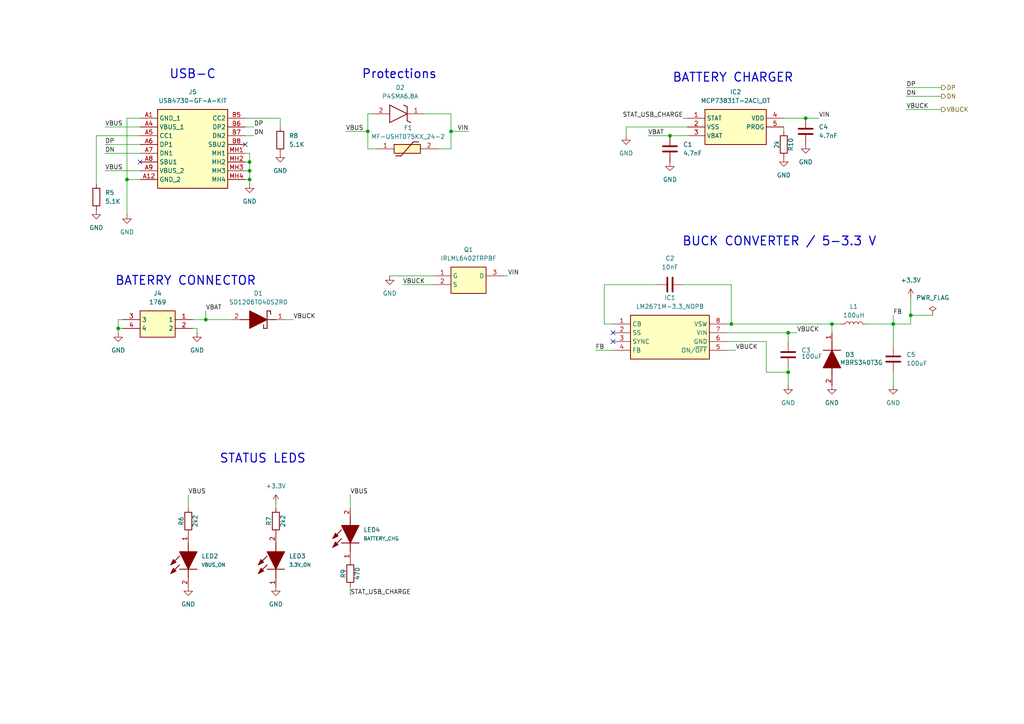
<source format=kicad_sch>
(kicad_sch (version 20250114) (generator "eeschema") (generator_version "9.0")
  (paper "A4")
  (lib_symbols
    (symbol "150060WS75000:150060WS75000" (pin_names (hide yes))
      (property "Reference" "LED" (at 12.7 8.89 0))
      (property "Value" "150060WS75000" (at 12.7 6.35 0))
      (symbol "150060WS75000_1_1"
        (polyline (pts (xy 2.54 0) (xy 5.08 0)) (stroke (width 0.254)))
        (polyline (pts (xy 5.08 2.54) (xy 5.08 -2.54)) (stroke (width 0.254)))
        (polyline (pts (xy 5.08 0) (xy 10.16 2.54) (xy 10.16 -2.54) (xy 5.08 0)) (stroke (width 0.254)) (fill (type outline)))
        (polyline (pts (xy 5.334 4.318) (xy 4.572 3.556) (xy 3.81 5.08) (xy 5.334 4.318)) (stroke (width 0.254)) (fill (type outline)))
        (polyline (pts (xy 6.35 2.54) (xy 3.81 5.08)) (stroke (width 0.254)))
        (polyline (pts (xy 7.874 4.318) (xy 7.112 3.556) (xy 6.35 5.08) (xy 7.874 4.318)) (stroke (width 0.254)) (fill (type outline)))
        (polyline (pts (xy 8.89 2.54) (xy 6.35 5.08)) (stroke (width 0.254)))
        (polyline (pts (xy 10.16 0) (xy 12.7 0)) (stroke (width 0.254)))
        (pin passive line (at 0 0 0) (length 2.54) (name "K") (number "2"))
        (pin passive line (at 15.24 0 180) (length 2.54) (name "A") (number "1"))
      )
    )
    (symbol "1769:1769"
      (property "Reference" "J" (at 16.51 7.62 0))
      (property "Value" "1769" (at 16.51 5.08 0))
      (symbol "1769_1_1"
        (rectangle (start 5.08 2.54) (end 15.24 -5.08) (stroke (width 0.254)) (fill (type background)))
        (pin passive line (at 0 0 0) (length 5.08) (name "3") (number "3"))
        (pin passive line (at 0 -2.54 0) (length 5.08) (name "4") (number "4"))
        (pin passive line (at 20.32 0 180) (length 5.08) (name "1") (number "1"))
        (pin passive line (at 20.32 -2.54 180) (length 5.08) (name "2") (number "2"))
      )
    )
    (symbol "598-8D81-127F:598-8D81-127F" (pin_names (hide yes))
      (property "Reference" "LED" (at 12.7 8.89 0))
      (property "Value" "598-8D81-127F" (at 12.7 6.35 0))
      (symbol "598-8D81-127F_1_1"
        (polyline (pts (xy 2.54 0) (xy 5.08 0)) (stroke (width 0.254)))
        (polyline (pts (xy 5.08 2.54) (xy 5.08 -2.54)) (stroke (width 0.254)))
        (polyline (pts (xy 5.08 0) (xy 10.16 2.54) (xy 10.16 -2.54) (xy 5.08 0)) (stroke (width 0.254)) (fill (type outline)))
        (polyline (pts (xy 5.334 4.318) (xy 4.572 3.556) (xy 3.81 5.08) (xy 5.334 4.318)) (stroke (width 0.254)) (fill (type outline)))
        (polyline (pts (xy 6.35 2.54) (xy 3.81 5.08)) (stroke (width 0.254)))
        (polyline (pts (xy 7.874 4.318) (xy 7.112 3.556) (xy 6.35 5.08) (xy 7.874 4.318)) (stroke (width 0.254)) (fill (type outline)))
        (polyline (pts (xy 8.89 2.54) (xy 6.35 5.08)) (stroke (width 0.254)))
        (polyline (pts (xy 10.16 0) (xy 12.7 0)) (stroke (width 0.254)))
        (pin passive line (at 0 0 0) (length 2.54) (name "K") (number "1"))
        (pin passive line (at 15.24 0 180) (length 2.54) (name "A") (number "2"))
      )
    )
    (symbol "Device:C" (pin_numbers (hide yes)) (pin_names (offset 0.254))
      (property "Reference" "C" (at 0.635 2.54 0))
      (property "Value" "C" (at 0.635 -2.54 0))
      (symbol "C_0_1"
        (polyline (pts (xy -2.032 0.762) (xy 2.032 0.762)) (stroke (width 0.508)))
        (polyline (pts (xy -2.032 -0.762) (xy 2.032 -0.762)) (stroke (width 0.508)))
      )
      (symbol "C_1_1"
        (pin passive line (at 0 3.81 270) (length 2.794) (name "~") (number "1"))
        (pin passive line (at 0 -3.81 90) (length 2.794) (name "~") (number "2"))
      )
    )
    (symbol "Device:L" (pin_numbers (hide yes)) (pin_names (offset 1.016) (hide yes))
      (property "Reference" "L" (at -1.27 0 90))
      (property "Value" "L" (at 1.905 0 90))
      (symbol "L_0_1"
        (arc (start 0 2.54) (mid 0.6323 1.905) (end 0 1.27))
        (arc (start 0 1.27) (mid 0.6323 0.635) (end 0 0))
        (arc (start 0 0) (mid 0.6323 -0.635) (end 0 -1.27))
        (arc (start 0 -1.27) (mid 0.6323 -1.905) (end 0 -2.54))
      )
      (symbol "L_1_1"
        (pin passive line (at 0 3.81 270) (length 1.27) (name "1") (number "1"))
        (pin passive line (at 0 -3.81 90) (length 1.27) (name "2") (number "2"))
      )
    )
    (symbol "Device:R" (pin_numbers (hide yes)) (pin_names (offset 0))
      (property "Reference" "R" (at 2.032 0 90))
      (property "Value" "R" (at 0 0 90))
      (symbol "R_0_1"
        (rectangle (start -1.016 -2.54) (end 1.016 2.54) (stroke (width 0.254)))
      )
      (symbol "R_1_1"
        (pin passive line (at 0 3.81 270) (length 1.27) (name "~") (number "1"))
        (pin passive line (at 0 -3.81 90) (length 1.27) (name "~") (number "2"))
      )
    )
    (symbol "IRLML6402TRPBF:IRLML6402TRPBF"
      (property "Reference" "Q" (at 16.51 7.62 0))
      (property "Value" "IRLML6402TRPBF" (at 16.51 5.08 0))
      (symbol "IRLML6402TRPBF_1_1"
        (rectangle (start 5.08 2.54) (end 15.24 -5.08) (stroke (width 0.254)) (fill (type background)))
        (pin passive line (at 0 0 0) (length 5.08) (name "G") (number "1"))
        (pin passive line (at 0 -2.54 0) (length 5.08) (name "S") (number "2"))
        (pin passive line (at 20.32 0 180) (length 5.08) (name "D") (number "3"))
      )
    )
    (symbol "LM2671M-3_3_NOPB:LM2671M-3.3_NOPB"
      (property "Reference" "IC" (at 29.21 7.62 0))
      (property "Value" "LM2671M-3.3_NOPB" (at 29.21 5.08 0))
      (symbol "LM2671M-3.3_NOPB_1_1"
        (rectangle (start 5.08 2.54) (end 27.94 -10.16) (stroke (width 0.254)) (fill (type background)))
        (pin passive line (at 0 0 0) (length 5.08) (name "CB") (number "1"))
        (pin passive line (at 0 -2.54 0) (length 5.08) (name "SS") (number "2"))
        (pin passive line (at 0 -5.08 0) (length 5.08) (name "SYNC") (number "3"))
        (pin passive line (at 0 -7.62 0) (length 5.08) (name "FB") (number "4"))
        (pin passive line (at 33.02 0 180) (length 5.08) (name "VSW") (number "8"))
        (pin passive line (at 33.02 -2.54 180) (length 5.08) (name "VIN") (number "7"))
        (pin passive line (at 33.02 -5.08 180) (length 5.08) (name "GND") (number "6"))
        (pin passive line (at 33.02 -7.62 180) (length 5.08) (name "ON/~{OFF}") (number "5"))
      )
    )
    (symbol "MBRS340T3G:MBRS340T3G" (pin_names (hide yes))
      (property "Reference" "D" (at 11.43 5.08 0))
      (property "Value" "MBRS340T3G" (at 11.43 2.54 0))
      (symbol "MBRS340T3G_1_1"
        (polyline (pts (xy 2.54 0) (xy 5.08 0)) (stroke (width 0.254)))
        (polyline (pts (xy 5.08 2.54) (xy 5.08 -2.54)) (stroke (width 0.254)))
        (polyline (pts (xy 5.08 0) (xy 10.16 2.54) (xy 10.16 -2.54) (xy 5.08 0)) (stroke (width 0.254)) (fill (type outline)))
        (polyline (pts (xy 10.16 0) (xy 12.7 0)) (stroke (width 0.254)))
        (pin passive line (at 0 0 0) (length 2.54) (name "K") (number "1"))
        (pin passive line (at 15.24 0 180) (length 2.54) (name "A") (number "2"))
      )
    )
    (symbol "MCP73831T-2ACI_OT:MCP73831T-2ACI_OT"
      (property "Reference" "IC" (at 24.13 7.62 0))
      (property "Value" "MCP73831T-2ACI_OT" (at 24.13 5.08 0))
      (symbol "MCP73831T-2ACI_OT_1_1"
        (rectangle (start 5.08 2.54) (end 22.86 -7.62) (stroke (width 0.254)) (fill (type background)))
        (pin passive line (at 0 0 0) (length 5.08) (name "STAT") (number "1"))
        (pin passive line (at 0 -2.54 0) (length 5.08) (name "VSS") (number "2"))
        (pin passive line (at 0 -5.08 0) (length 5.08) (name "VBAT") (number "3"))
        (pin passive line (at 27.94 0 180) (length 5.08) (name "VDD") (number "4"))
        (pin passive line (at 27.94 -2.54 180) (length 5.08) (name "PROG") (number "5"))
      )
    )
    (symbol "MF-USHT075KX_24-2:MF-USHT075KX_24-2" (pin_names (hide yes))
      (property "Reference" "F" (at 13.97 6.35 0))
      (property "Value" "MF-USHT075KX_24-2" (at 13.97 3.81 0))
      (symbol "MF-USHT075KX_24-2_1_1"
        (rectangle (start 5.08 1.27) (end 12.7 -1.27) (stroke (width 0.254)) (fill (type background)))
        (polyline (pts (xy 5.588 -2.032) (xy 7.112 -2.032)) (stroke (width 0.254)))
        (polyline (pts (xy 10.668 2.032) (xy 7.112 -2.032)) (stroke (width 0.254)))
        (polyline (pts (xy 10.668 2.032) (xy 12.192 2.032)) (stroke (width 0.254)))
        (pin passive line (at 0 0 0) (length 5.08) (name "1") (number "1"))
        (pin passive line (at 17.78 0 180) (length 5.08) (name "2") (number "2"))
      )
    )
    (symbol "P4SMA6_8A:P4SMA6.8A" (pin_names (hide yes))
      (property "Reference" "D" (at 10.16 8.89 0))
      (property "Value" "P4SMA6.8A" (at 10.16 6.35 0))
      (symbol "P4SMA6.8A_1_1"
        (polyline (pts (xy 4.064 2.54) (xy 5.08 2.032)) (stroke (width 0.254)))
        (polyline (pts (xy 5.08 0) (xy 10.16 2.54)) (stroke (width 0.254)))
        (polyline (pts (xy 5.08 -2.032) (xy 5.08 2.032)) (stroke (width 0.254)))
        (polyline (pts (xy 5.08 -2.032) (xy 6.096 -2.54)) (stroke (width 0.254)))
        (polyline (pts (xy 10.16 -2.54) (xy 5.08 0)) (stroke (width 0.254)))
        (polyline (pts (xy 10.16 -2.54) (xy 10.16 2.54)) (stroke (width 0.254)))
        (pin passive line (at 0 0 0) (length 5.08) (name "K") (number "1"))
        (pin passive line (at 15.24 0 180) (length 5.08) (name "A") (number "2"))
      )
    )
    (symbol "SD1206T040S2R0:SD1206T040S2R0" (pin_names (hide yes))
      (property "Reference" "D" (at 12.7 8.89 0))
      (property "Value" "SD1206T040S2R0" (at 12.7 6.35 0))
      (symbol "SD1206T040S2R0_1_1"
        (polyline (pts (xy 5.08 0) (xy 7.62 0)) (stroke (width 0.254)))
        (polyline (pts (xy 6.604 -1.524) (xy 6.604 -2.54)) (stroke (width 0.254)))
        (polyline (pts (xy 7.62 2.54) (xy 7.62 -2.54)) (stroke (width 0.254)))
        (polyline (pts (xy 7.62 2.54) (xy 8.636 2.54)) (stroke (width 0.254)))
        (polyline (pts (xy 7.62 0) (xy 12.7 2.54) (xy 12.7 -2.54) (xy 7.62 0)) (stroke (width 0.254)) (fill (type outline)))
        (polyline (pts (xy 7.62 -2.54) (xy 6.604 -2.54)) (stroke (width 0.254)))
        (polyline (pts (xy 8.636 1.524) (xy 8.636 2.54)) (stroke (width 0.254)))
        (polyline (pts (xy 12.7 0) (xy 15.24 0)) (stroke (width 0.254)))
        (pin passive line (at 2.54 0 0) (length 2.54) (name "K") (number "1"))
        (pin passive line (at 17.78 0 180) (length 2.54) (name "A") (number "2"))
      )
    )
    (symbol "USB4730-GF-A-KIT:USB4730-GF-A-KIT"
      (property "Reference" "J" (at 26.67 7.62 0))
      (property "Value" "USB4730-GF-A-KIT" (at 26.67 5.08 0))
      (symbol "USB4730-GF-A-KIT_1_1"
        (rectangle (start 5.08 2.54) (end 25.4 -20.32) (stroke (width 0.254)) (fill (type background)))
        (pin passive line (at 0 0 0) (length 5.08) (name "GND_1") (number "A1"))
        (pin passive line (at 0 -2.54 0) (length 5.08) (name "VBUS_1") (number "A4"))
        (pin passive line (at 0 -5.08 0) (length 5.08) (name "CC1") (number "A5"))
        (pin passive line (at 0 -7.62 0) (length 5.08) (name "DP1") (number "A6"))
        (pin passive line (at 0 -10.16 0) (length 5.08) (name "DN1") (number "A7"))
        (pin passive line (at 0 -12.7 0) (length 5.08) (name "SBU1") (number "A8"))
        (pin passive line (at 0 -15.24 0) (length 5.08) (name "VBUS_2") (number "A9"))
        (pin passive line (at 0 -17.78 0) (length 5.08) (name "GND_2") (number "A12"))
        (pin passive line (at 30.48 0 180) (length 5.08) (name "CC2") (number "B5"))
        (pin passive line (at 30.48 -2.54 180) (length 5.08) (name "DP2") (number "B6"))
        (pin passive line (at 30.48 -5.08 180) (length 5.08) (name "DN2") (number "B7"))
        (pin passive line (at 30.48 -7.62 180) (length 5.08) (name "SBU2") (number "B8"))
        (pin passive line (at 30.48 -10.16 180) (length 5.08) (name "MH1") (number "MH1"))
        (pin passive line (at 30.48 -12.7 180) (length 5.08) (name "MH2") (number "MH2"))
        (pin passive line (at 30.48 -15.24 180) (length 5.08) (name "MH3") (number "MH3"))
        (pin passive line (at 30.48 -17.78 180) (length 5.08) (name "MH4") (number "MH4"))
      )
    )
    (symbol "power:+3.3V" (power) (pin_numbers (hide yes)) (pin_names (offset 0) (hide yes))
      (property "Value" "+3.3V" (at 0 3.556 0))
      (symbol "+3.3V_0_1"
        (polyline (pts (xy -0.762 1.27) (xy 0 2.54)))
        (polyline (pts (xy 0 2.54) (xy 0.762 1.27)))
        (polyline (pts (xy 0 0) (xy 0 2.54)))
      )
      (symbol "+3.3V_1_1"
        (pin power_in line (at 0 0 90) (length 0) (name "~") (number "1"))
      )
    )
    (symbol "power:GND" (power) (pin_numbers (hide yes)) (pin_names (offset 0) (hide yes))
      (property "Value" "GND" (at 0 -3.81 0))
      (symbol "GND_0_1"
        (polyline (pts (xy 0 0) (xy 0 -1.27) (xy 1.27 -1.27) (xy 0 -2.54) (xy -1.27 -1.27) (xy 0 -1.27)))
      )
      (symbol "GND_1_1"
        (pin power_in line (at 0 0 270) (length 0) (name "~") (number "1"))
      )
    )
    (symbol "power:PWR_FLAG" (power) (pin_numbers (hide yes)) (pin_names (offset 0) (hide yes))
      (property "Value" "PWR_FLAG" (at 0 3.81 0))
      (symbol "PWR_FLAG_0_0"
        (pin power_out line (at 0 0 90) (length 0) (name "~") (number "1"))
      )
      (symbol "PWR_FLAG_0_1"
        (polyline (pts (xy 0 0) (xy 0 1.27) (xy -1.016 1.905) (xy 0 2.54) (xy 1.016 1.905) (xy 0 1.27)))
      )
    )
  )
  (text "BATERRY CONNECTOR\n" (exclude_from_sim yes) (at 53.848 81.534 0) (effects (font (size 2.54 2.54) (thickness 0.3175))))
  (text "Protections" (exclude_from_sim yes) (at 115.824 21.59 0) (effects (font (size 2.54 2.54) (thickness 0.3175))))
  (text "STATUS LEDS\n" (exclude_from_sim yes) (at 76.2 133.096 0) (effects (font (size 2.54 2.54) (thickness 0.3175))))
  (text "BUCK CONVERTER / 5-3.3 V" (exclude_from_sim yes) (at 226.06 70.104 0) (effects (font (size 2.54 2.54) (thickness 0.3175))))
  (text "BATTERY CHARGER\n" (exclude_from_sim yes) (at 212.598 22.606 0) (effects (font (size 2.54 2.54) (thickness 0.3175))))
  (text "USB-C" (exclude_from_sim yes) (at 55.88 21.59 0) (effects (font (size 2.54 2.54) (thickness 0.3175))))
  (junction (at 130.81 38.1))
  (junction (at 228.6 107.95))
  (junction (at 194.31 39.37))
  (junction (at 72.39 49.53))
  (junction (at 72.39 52.07))
  (junction (at 264.16 91.44))
  (junction (at 36.83 52.07))
  (junction (at 212.09 93.98))
  (junction (at 228.6 96.52))
  (junction (at 34.29 95.25))
  (junction (at 241.3 93.98))
  (junction (at 72.39 46.99))
  (junction (at 259.08 93.98))
  (junction (at 233.68 34.29))
  (junction (at 59.69 92.71))
  (junction (at 106.68 38.1))
  (no_connect (at 177.8 96.52))
  (no_connect (at 71.12 41.91))
  (no_connect (at 177.8 99.06))
  (no_connect (at 40.64 46.99))
  (wire (pts (xy 27.94 39.37) (xy 40.64 39.37)))
  (wire (pts (xy 72.39 53.34) (xy 72.39 52.07)))
  (wire (pts (xy 259.08 107.95) (xy 259.08 111.76)))
  (wire (pts (xy 67.31 92.71) (xy 59.69 92.71)))
  (wire (pts (xy 54.61 143.51) (xy 54.61 147.32)))
  (wire (pts (xy 264.16 91.44) (xy 264.16 93.98)))
  (wire (pts (xy 175.26 82.55) (xy 190.5 82.55)))
  (wire (pts (xy 73.66 39.37) (xy 71.12 39.37)))
  (wire (pts (xy 36.83 52.07) (xy 40.64 52.07)))
  (wire (pts (xy 36.83 34.29) (xy 36.83 52.07)))
  (wire (pts (xy 57.15 96.52) (xy 57.15 95.25)))
  (wire (pts (xy 227.33 34.29) (xy 233.68 34.29)))
  (wire (pts (xy 212.09 82.55) (xy 212.09 93.98)))
  (wire (pts (xy 85.09 92.71) (xy 82.55 92.71)))
  (wire (pts (xy 113.03 80.01) (xy 125.73 80.01)))
  (wire (pts (xy 100.33 38.1) (xy 106.68 38.1)))
  (wire (pts (xy 59.69 92.71) (xy 55.88 92.71)))
  (wire (pts (xy 264.16 91.44) (xy 270.51 91.44)))
  (wire (pts (xy 71.12 49.53) (xy 72.39 49.53)))
  (wire (pts (xy 127 43.18) (xy 130.81 43.18)))
  (wire (pts (xy 199.39 36.83) (xy 181.61 36.83)))
  (wire (pts (xy 194.31 39.37) (xy 199.39 39.37)))
  (wire (pts (xy 106.68 43.18) (xy 109.22 43.18)))
  (wire (pts (xy 80.01 146.05) (xy 80.01 147.32)))
  (wire (pts (xy 30.48 49.53) (xy 40.64 49.53)))
  (wire (pts (xy 228.6 107.95) (xy 222.25 107.95)))
  (wire (pts (xy 27.94 53.34) (xy 27.94 39.37)))
  (wire (pts (xy 34.29 92.71) (xy 34.29 95.25)))
  (wire (pts (xy 187.96 39.37) (xy 194.31 39.37)))
  (wire (pts (xy 71.12 34.29) (xy 81.28 34.29)))
  (wire (pts (xy 259.08 93.98) (xy 259.08 100.33)))
  (wire (pts (xy 241.3 93.98) (xy 241.3 96.52)))
  (wire (pts (xy 81.28 34.29) (xy 81.28 36.83)))
  (wire (pts (xy 57.15 95.25) (xy 55.88 95.25)))
  (wire (pts (xy 228.6 107.95) (xy 228.6 111.76)))
  (wire (pts (xy 181.61 36.83) (xy 181.61 39.37)))
  (wire (pts (xy 34.29 95.25) (xy 34.29 96.52)))
  (wire (pts (xy 198.12 34.29) (xy 199.39 34.29)))
  (wire (pts (xy 259.08 93.98) (xy 264.16 93.98)))
  (wire (pts (xy 106.68 33.02) (xy 107.95 33.02)))
  (wire (pts (xy 251.46 93.98) (xy 259.08 93.98)))
  (wire (pts (xy 101.6 172.72) (xy 101.6 170.18)))
  (wire (pts (xy 222.25 99.06) (xy 210.82 99.06)))
  (wire (pts (xy 106.68 38.1) (xy 106.68 33.02)))
  (wire (pts (xy 59.69 90.17) (xy 59.69 92.71)))
  (wire (pts (xy 241.3 93.98) (xy 243.84 93.98)))
  (wire (pts (xy 101.6 143.51) (xy 101.6 147.32)))
  (wire (pts (xy 73.66 36.83) (xy 71.12 36.83)))
  (wire (pts (xy 130.81 38.1) (xy 130.81 43.18)))
  (wire (pts (xy 123.19 33.02) (xy 130.81 33.02)))
  (wire (pts (xy 146.05 80.01) (xy 147.32 80.01)))
  (wire (pts (xy 237.49 34.29) (xy 233.68 34.29)))
  (wire (pts (xy 264.16 86.36) (xy 264.16 91.44)))
  (wire (pts (xy 135.89 38.1) (xy 130.81 38.1)))
  (wire (pts (xy 210.82 96.52) (xy 228.6 96.52)))
  (wire (pts (xy 36.83 62.23) (xy 36.83 52.07)))
  (wire (pts (xy 34.29 95.25) (xy 35.56 95.25)))
  (wire (pts (xy 210.82 93.98) (xy 212.09 93.98)))
  (wire (pts (xy 130.81 33.02) (xy 130.81 38.1)))
  (wire (pts (xy 212.09 93.98) (xy 241.3 93.98)))
  (wire (pts (xy 35.56 92.71) (xy 34.29 92.71)))
  (wire (pts (xy 72.39 52.07) (xy 72.39 49.53)))
  (wire (pts (xy 106.68 38.1) (xy 106.68 43.18)))
  (wire (pts (xy 30.48 44.45) (xy 40.64 44.45)))
  (wire (pts (xy 222.25 99.06) (xy 222.25 107.95)))
  (wire (pts (xy 71.12 52.07) (xy 72.39 52.07)))
  (wire (pts (xy 175.26 93.98) (xy 175.26 82.55)))
  (wire (pts (xy 262.89 25.4) (xy 273.05 25.4)))
  (wire (pts (xy 30.48 41.91) (xy 40.64 41.91)))
  (wire (pts (xy 172.72 101.6) (xy 177.8 101.6)))
  (wire (pts (xy 262.89 27.94) (xy 273.05 27.94)))
  (wire (pts (xy 116.84 82.55) (xy 125.73 82.55)))
  (wire (pts (xy 72.39 49.53) (xy 72.39 46.99)))
  (wire (pts (xy 210.82 101.6) (xy 213.36 101.6)))
  (wire (pts (xy 227.33 38.1) (xy 227.33 36.83)))
  (wire (pts (xy 259.08 91.44) (xy 259.08 93.98)))
  (wire (pts (xy 72.39 44.45) (xy 71.12 44.45)))
  (wire (pts (xy 71.12 46.99) (xy 72.39 46.99)))
  (wire (pts (xy 177.8 93.98) (xy 175.26 93.98)))
  (wire (pts (xy 198.12 82.55) (xy 212.09 82.55)))
  (wire (pts (xy 231.14 96.52) (xy 228.6 96.52)))
  (wire (pts (xy 228.6 99.06) (xy 228.6 96.52)))
  (wire (pts (xy 30.48 36.83) (xy 40.64 36.83)))
  (wire (pts (xy 72.39 46.99) (xy 72.39 44.45)))
  (wire (pts (xy 262.89 31.75) (xy 273.05 31.75)))
  (wire (pts (xy 228.6 106.68) (xy 228.6 107.95)))
  (wire (pts (xy 40.64 34.29) (xy 36.83 34.29)))
  (label "VBUCK" (at 116.84 82.55 0))
  (label "VBUCK" (at 262.89 31.75 0))
  (label "DN" (at 73.66 39.37 0))
  (label "VBAT" (at 187.96 39.37 0))
  (label "VBUCK" (at 213.36 101.6 0))
  (label "VBUCK" (at 85.09 92.71 0))
  (label "VIN" (at 237.49 34.29 0))
  (label "VBUS" (at 30.48 36.83 0))
  (label "VIN" (at 147.32 80.01 0))
  (label "VIN" (at 135.89 38.1 180))
  (label "VBAT" (at 59.69 90.17 0))
  (label "VBUCK" (at 231.14 96.52 0))
  (label "STAT_USB_CHARGE" (at 198.12 34.29 180))
  (label "FB" (at 172.72 101.6 0))
  (label "FB" (at 259.08 91.44 0))
  (label "DP" (at 73.66 36.83 0))
  (label "DP" (at 262.89 25.4 0))
  (label "VBUS" (at 101.6 143.51 0))
  (label "STAT_USB_CHARGE" (at 101.6 172.72 0))
  (label "DN" (at 262.89 27.94 0))
  (label "VBUS" (at 30.48 49.53 0))
  (label "DP" (at 30.48 41.91 0))
  (label "VBUS" (at 100.33 38.1 0))
  (label "DN" (at 30.48 44.45 0))
  (label "VBUS" (at 54.61 143.51 0))
  (hierarchical_label "VBUCK" (shape output) (at 273.05 31.75 0))
  (hierarchical_label "DN" (shape output) (at 273.05 27.94 0))
  (hierarchical_label "DP" (shape output) (at 273.05 25.4 0))
  (symbol (lib_id "power:GND") (at 228.6 111.76 0) (unit 1)
    (property "Reference" "#PWR023" (effects (hide yes)))
    (property "Value" "GND" (at 228.6 116.84 0))
    (property "Description" "Power symbol creates a global label with name \"GND\" , ground" (effects (hide yes)))
  )
  (symbol (lib_id "power:+3.3V") (at 264.16 86.36 0) (unit 1)
    (property "Reference" "#PWR027" (effects (hide yes)))
    (property "Value" "+3.3V" (at 264.16 81.28 0))
    (property "Description" "Power symbol creates a global label with name \"+3.3V\"" (effects (hide yes)))
  )
  (symbol (lib_id "150060WS75000:150060WS75000") (at 54.61 170.18 90) (unit 1)
    (property "Reference" "LED2" (at 58.42 161.2899 90) (effects (justify right)))
    (property "Value" "VBUS_ON" (at 58.42 163.8299 90) (effects (font (size 1.016 1.016)) (justify right)))
    (property "Footprint" "150060WS75000:150060WS75000" (effects (hide yes)))
    (property "Datasheet" "https://www.we-online.com/components/products/datasheet/150060WS75000.pdf" (effects (hide yes)))
    (property "Description" "Standard LEDs - SMD WL-SMCW SMD Mono-color Chip LED Waterclear SMT 0603 White 250mcd 5mA 2.9V" (effects (hide yes)))
    (property "Height" "0.5" (effects (hide yes)))
    (property "Mouser Part Number" "710-150060WS75000" (effects (hide yes)))
    (property "Mouser Price/Stock" "https://www.mouser.co.uk/ProductDetail/Wurth-Elektronik/150060WS75000?qs=Vi0JKjFBtYnXocxArY0Wng%3D%3D" (effects (hide yes)))
    (property "Manufacturer_Name" "Wurth Elektronik" (effects (hide yes)))
    (property "Manufacturer_Part_Number" "150060WS75000" (effects (hide yes)))
  )
  (symbol (lib_id "power:GND") (at 233.68 41.91 0) (unit 1)
    (property "Reference" "#PWR024" (effects (hide yes)))
    (property "Value" "GND" (at 233.68 46.99 0))
    (property "Description" "Power symbol creates a global label with name \"GND\" , ground" (effects (hide yes)))
  )
  (symbol (lib_id "Device:C") (at 259.08 104.14 0) (unit 1)
    (property "Reference" "C5" (at 262.89 102.8699 0) (effects (justify left)))
    (property "Value" "100uF" (at 262.89 105.4099 0) (effects (justify left)))
    (property "Footprint" "C3216C0G2J102G085AA:CAPC3216X180N" (effects (hide yes)))
    (property "Description" "Unpolarized capacitor" (effects (hide yes)))
  )
  (symbol (lib_id "power:PWR_FLAG") (at 270.51 91.44 0) (unit 1)
    (property "Reference" "#FLG01" (effects (hide yes)))
    (property "Value" "PWR_FLAG" (at 270.51 86.36 0))
    (property "Description" "Special symbol for telling ERC where power comes from" (effects (hide yes)))
  )
  (symbol (lib_id "power:GND") (at 194.31 46.99 0) (unit 1)
    (property "Reference" "#PWR021" (effects (hide yes)))
    (property "Value" "GND" (at 194.31 52.07 0))
    (property "Description" "Power symbol creates a global label with name \"GND\" , ground" (effects (hide yes)))
  )
  (symbol (lib_id "power:GND") (at 81.28 44.45 0) (unit 1)
    (property "Reference" "#PWR018" (effects (hide yes)))
    (property "Value" "GND" (at 81.28 49.53 0))
    (property "Description" "Power symbol creates a global label with name \"GND\" , ground" (effects (hide yes)))
  )
  (symbol (lib_id "power:GND") (at 113.03 80.01 0) (unit 1)
    (property "Reference" "#PWR019" (effects (hide yes)))
    (property "Value" "GND" (at 113.03 85.09 0))
    (property "Description" "Power symbol creates a global label with name \"GND\" , ground" (effects (hide yes)))
  )
  (symbol (lib_id "Device:C") (at 194.31 43.18 0) (unit 1)
    (property "Reference" "C1" (at 198.12 41.9099 0) (effects (justify left)))
    (property "Value" "4.7nF" (at 198.12 44.4499 0) (effects (justify left)))
    (property "Footprint" "C3216C0G2J102G085AA:CAPC3216X180N" (effects (hide yes)))
    (property "Description" "Unpolarized capacitor" (effects (hide yes)))
  )
  (symbol (lib_id "power:GND") (at 57.15 96.52 0) (unit 1)
    (property "Reference" "#PWR014" (effects (hide yes)))
    (property "Value" "GND" (at 57.15 101.6 0))
    (property "Description" "Power symbol creates a global label with name \"GND\" , ground" (effects (hide yes)))
  )
  (symbol (lib_id "power:GND") (at 80.01 170.18 0) (unit 1)
    (property "Reference" "#PWR017" (effects (hide yes)))
    (property "Value" "GND" (at 80.01 175.26 0))
    (property "Description" "Power symbol creates a global label with name \"GND\" , ground" (effects (hide yes)))
  )
  (symbol (lib_id "Device:R") (at 101.6 166.37 180) (unit 1)
    (property "Reference" "R9" (at 99.568 166.37 90))
    (property "Value" "470" (at 103.632 166.37 90))
    (property "Footprint" "CRCW120625R5FKEAHP:RESC3116X65N" (effects (hide yes)))
    (property "Description" "Resistor" (effects (hide yes)))
  )
  (symbol (lib_id "IRLML6402TRPBF:IRLML6402TRPBF") (at 125.73 80.01 0) (unit 1)
    (property "Reference" "Q1" (at 135.89 72.39 0))
    (property "Value" "IRLML6402TRPBF" (at 135.89 74.93 0))
    (property "Footprint" "IRLML6402TRPBF:SOT95P237X112-3N" (effects (hide yes)))
    (property "Datasheet" "http://www.infineon.com/dgdl/irlml6402pbf.pdf?fileId=5546d462533600a401535668d5c2263c" (effects (hide yes)))
    (property "Description" "MOSFET MOSFT P-Ch -3.7A 65mOhm 8nC Log Lvl" (effects (hide yes)))
    (property "Height" "1.12" (effects (hide yes)))
    (property "Mouser Part Number" "942-IRLML6402TRPBF" (effects (hide yes)))
    (property "Mouser Price/Stock" "https://www.mouser.co.uk/ProductDetail/Infineon-Technologies/IRLML6402TRPBF?qs=9%252BKlkBgLFf0HuZuONx2Ewg%3D%3D" (effects (hide yes)))
    (property "Manufacturer_Name" "Infineon" (effects (hide yes)))
    (property "Manufacturer_Part_Number" "IRLML6402TRPBF" (effects (hide yes)))
  )
  (symbol (lib_id "Device:R") (at 81.28 40.64 0) (unit 1)
    (property "Reference" "R8" (at 83.82 39.3699 0) (effects (justify left)))
    (property "Value" "5.1K" (at 83.82 41.9099 0) (effects (justify left)))
    (property "Footprint" "CRCW120625R5FKEAHP:RESC3116X65N" (effects (hide yes)))
    (property "Description" "Resistor" (effects (hide yes)))
  )
  (symbol (lib_id "Device:R") (at 27.94 57.15 0) (unit 1)
    (property "Reference" "R5" (at 30.48 55.8799 0) (effects (justify left)))
    (property "Value" "5.1K" (at 30.48 58.4199 0) (effects (justify left)))
    (property "Footprint" "CRCW120625R5FKEAHP:RESC3116X65N" (effects (hide yes)))
    (property "Description" "Resistor" (effects (hide yes)))
  )
  (symbol (lib_id "power:GND") (at 54.61 170.18 0) (unit 1)
    (property "Reference" "#PWR013" (effects (hide yes)))
    (property "Value" "GND" (at 54.61 175.26 0))
    (property "Description" "Power symbol creates a global label with name \"GND\" , ground" (effects (hide yes)))
  )
  (symbol (lib_id "power:GND") (at 259.08 111.76 0) (unit 1)
    (property "Reference" "#PWR026" (effects (hide yes)))
    (property "Value" "GND" (at 259.08 116.84 0))
    (property "Description" "Power symbol creates a global label with name \"GND\" , ground" (effects (hide yes)))
  )
  (symbol (lib_id "1769:1769") (at 35.56 92.71 0) (unit 1)
    (property "Reference" "J4" (at 45.72 85.09 0))
    (property "Value" "1769" (at 45.72 87.63 0))
    (property "Footprint" "1769:1769" (effects (hide yes)))
    (property "Datasheet" "https://cdn-shop.adafruit.com/datasheets/17311.pdf" (effects (hide yes)))
    (property "Description" "Adafruit Accessories JST-PH 2-pin SMT Right Angle Connect" (effects (hide yes)))
    (property "Height" "5.5" (effects (hide yes)))
    (property "Mouser Part Number" "485-1769" (effects (hide yes)))
    (property "Mouser Price/Stock" "https://www.mouser.co.uk/ProductDetail/Adafruit/1769?qs=GURawfaeGuBbgoGtf2XstA%3D%3D" (effects (hide yes)))
    (property "Manufacturer_Name" "Adafruit" (effects (hide yes)))
    (property "Manufacturer_Part_Number" "1769" (effects (hide yes)))
  )
  (symbol (lib_id "P4SMA6_8A:P4SMA6.8A") (at 123.19 33.02 180) (unit 1)
    (property "Reference" "D2" (at 116.078 25.4 0))
    (property "Value" "P4SMA6.8A" (at 116.078 27.94 0))
    (property "Footprint" "P4SMA6.8A:DIOM5026X229N" (effects (hide yes)))
    (property "Datasheet" "https://www.mouser.ca/datasheet/2/240/Littelfuse_TVS_Diode_P4SMA_Datasheet.pdf-540735.pdf" (effects (hide yes)))
    (property "Description" "Littelfuse P4SMA6.8A, Uni-Directional TVS Diode, 400W, 2-Pin DO-214AC" (effects (hide yes)))
    (property "Height" "2.29" (effects (hide yes)))
    (property "Mouser Part Number" "576-P4SMA6.8A" (effects (hide yes)))
    (property "Mouser Price/Stock" "https://www.mouser.co.uk/ProductDetail/Littelfuse/P4SMA6.8A?qs=2VFNtWizgifbm5TiITbiSg%3D%3D" (effects (hide yes)))
    (property "Manufacturer_Name" "LITTELFUSE" (effects (hide yes)))
    (property "Manufacturer_Part_Number" "P4SMA6.8A" (effects (hide yes)))
  )
  (symbol (lib_id "MF-USHT075KX_24-2:MF-USHT075KX_24-2") (at 109.22 43.18 0) (unit 1)
    (property "Reference" "F1" (at 118.364 37.084 0))
    (property "Value" "MF-USHT075KX_24-2" (at 118.364 39.624 0))
    (property "Footprint" "MF-USHT075KX_24-2:MFUSHT075KX242" (effects (hide yes)))
    (property "Datasheet" "https://www.bourns.com/docs/product-datasheets/mf-usht.pdf" (effects (hide yes)))
    (property "Description" "Polymeric PTC Resettable Fuse 24V 750 mA Ih Surface Mount 1210 (3225 Metric), Concave" (effects (hide yes)))
    (property "Height" "1.2" (effects (hide yes)))
    (property "Mouser Part Number" "652-MF-USHT075KX/24" (effects (hide yes)))
    (property "Mouser Price/Stock" "https://www.mouser.co.uk/ProductDetail/Bourns/MF-USHT075KX-24-2?qs=7%2F6SraaimPRI7fNjckpcTw%3D%3D" (effects (hide yes)))
    (property "Manufacturer_Name" "Bourns" (effects (hide yes)))
    (property "Manufacturer_Part_Number" "MF-USHT075KX/24-2" (effects (hide yes)))
  )
  (symbol (lib_id "power:GND") (at 227.33 45.72 0) (unit 1)
    (property "Reference" "#PWR022" (effects (hide yes)))
    (property "Value" "GND" (at 227.33 50.8 0))
    (property "Description" "Power symbol creates a global label with name \"GND\" , ground" (effects (hide yes)))
  )
  (symbol (lib_id "power:GND") (at 72.39 53.34 0) (unit 1)
    (property "Reference" "#PWR015" (effects (hide yes)))
    (property "Value" "GND" (at 72.39 58.42 0))
    (property "Description" "Power symbol creates a global label with name \"GND\" , ground" (effects (hide yes)))
  )
  (symbol (lib_id "Device:C") (at 194.31 82.55 90) (unit 1)
    (property "Reference" "C2" (at 194.31 74.93 90))
    (property "Value" "10nF" (at 194.31 77.47 90))
    (property "Footprint" "C3216C0G2J102G085AA:CAPC3216X180N" (effects (hide yes)))
    (property "Description" "Unpolarized capacitor" (effects (hide yes)))
  )
  (symbol (lib_id "USB4730-GF-A-KIT:USB4730-GF-A-KIT") (at 40.64 34.29 0) (unit 1)
    (property "Reference" "J5" (at 55.88 26.67 0))
    (property "Value" "USB4730-GF-A-KIT" (at 55.88 29.21 0))
    (property "Footprint" "USB4730-GF-A-KIT:USB4730GFAKIT" (effects (hide yes)))
    (property "Datasheet" "https://www.gct.co/files/drawings/USB4730.pdf" (effects (hide yes)))
    (property "Description" "USB Connectors USB2.0 TypeC Recpt. Kit, w/GASKET GF, 16P Horz T.Mt. SMT, IP67" (effects (hide yes)))
    (property "Height" "4.81" (effects (hide yes)))
    (property "Mouser Part Number" "640-USB4730GFAKIT" (effects (hide yes)))
    (property "Mouser Price/Stock" "https://www.mouser.co.uk/ProductDetail/GCT/USB4730-GF-A-KIT?qs=Z%252BL2brAPG1IoU%252BBwnQ%2FE8Q%3D%3D" (effects (hide yes)))
    (property "Manufacturer_Name" "GCT (GLOBAL CONNECTOR TECHNOLOGY)" (effects (hide yes)))
    (property "Manufacturer_Part_Number" "USB4730-GF-A-KIT" (effects (hide yes)))
  )
  (symbol (lib_id "power:+3.3V") (at 80.01 146.05 0) (unit 1)
    (property "Reference" "#PWR016" (effects (hide yes)))
    (property "Value" "+3.3V" (at 80.01 140.97 0))
    (property "Description" "Power symbol creates a global label with name \"+3.3V\"" (effects (hide yes)))
  )
  (symbol (lib_id "power:GND") (at 36.83 62.23 0) (unit 1)
    (property "Reference" "#PWR012" (effects (hide yes)))
    (property "Value" "GND" (at 36.83 67.31 0))
    (property "Description" "Power symbol creates a global label with name \"GND\" , ground" (effects (hide yes)))
  )
  (symbol (lib_id "Device:R") (at 54.61 151.13 180) (unit 1)
    (property "Reference" "R6" (at 52.578 151.13 90))
    (property "Value" "2k2" (at 56.642 151.13 90))
    (property "Footprint" "CRCW120625R5FKEAHP:RESC3116X65N" (effects (hide yes)))
    (property "Description" "Resistor" (effects (hide yes)))
  )
  (symbol (lib_id "power:GND") (at 241.3 111.76 0) (unit 1)
    (property "Reference" "#PWR025" (effects (hide yes)))
    (property "Value" "GND" (at 241.3 116.84 0))
    (property "Description" "Power symbol creates a global label with name \"GND\" , ground" (effects (hide yes)))
  )
  (symbol (lib_id "Device:L") (at 247.65 93.98 90) (unit 1)
    (property "Reference" "L1" (at 247.65 88.9 90))
    (property "Value" "100uH" (at 247.65 91.44 90))
    (property "Footprint" "IFDC3030EZER101M:IFDC3030EZER101M" (effects (hide yes)))
    (property "Description" "Inductor" (effects (hide yes)))
  )
  (symbol (lib_id "Device:C") (at 233.68 38.1 0) (unit 1)
    (property "Reference" "C4" (at 237.49 36.8299 0) (effects (justify left)))
    (property "Value" "4.7nF" (at 237.49 39.3699 0) (effects (justify left)))
    (property "Footprint" "C3216C0G2J102G085AA:CAPC3216X180N" (effects (hide yes)))
    (property "Description" "Unpolarized capacitor" (effects (hide yes)))
  )
  (symbol (lib_id "power:GND") (at 27.94 60.96 0) (unit 1)
    (property "Reference" "#PWR010" (effects (hide yes)))
    (property "Value" "GND" (at 27.94 66.04 0))
    (property "Description" "Power symbol creates a global label with name \"GND\" , ground" (effects (hide yes)))
  )
  (symbol (lib_id "MBRS340T3G:MBRS340T3G") (at 241.3 96.52 270) (unit 1)
    (property "Reference" "D3" (at 245.11 102.8699 90) (effects (justify left)))
    (property "Value" "MBRS340T3G" (at 243.586 105.156 90) (effects (justify left)))
    (property "Footprint" "MBRS340T3G:DIOM8059X261N" (effects (hide yes)))
    (property "Datasheet" "https://www.onsemi.com/pub/Collateral/MBRS340T3-D.PDF" (effects (hide yes)))
    (property "Description" "Case: Epoxy, Molded; Small Compact Surface Mountable Package with J-Bend Leads; Shipped in 16 mm Tape and Reel, 2500 units per reel; Excellent Ability to Withstand Reverse Avalanche Energy Transients; Rectangular Package for Automated Handling; Highly Stable Oxide Passivated Junction; Guardring for Stress Protection Mechanical Characteristics:; Weight: 217 mg (approximately); Marking: B32, B33, B34; Finish: All External Surfaces Corrosion Resistant and Terminal Leads are Readily Solderable; Polarity: Notch" (effects (hide yes)))
    (property "Height" "2.61" (effects (hide yes)))
    (property "Mouser Part Number" "863-MBRS340T3G" (effects (hide yes)))
    (property "Mouser Price/Stock" "https://www.mouser.co.uk/ProductDetail/onsemi/MBRS340T3G?qs=3JMERSakeboCr3wxBgfY3w%3D%3D" (effects (hide yes)))
    (property "Manufacturer_Name" "onsemi" (effects (hide yes)))
    (property "Manufacturer_Part_Number" "MBRS340T3G" (effects (hide yes)))
  )
  (symbol (lib_id "Device:R") (at 227.33 41.91 0) (unit 1)
    (property "Reference" "R10" (at 229.362 41.91 90))
    (property "Value" "2k" (at 225.298 41.91 90))
    (property "Footprint" "CRCW120625R5FKEAHP:RESC3116X65N" (effects (hide yes)))
    (property "Description" "Resistor" (effects (hide yes)))
  )
  (symbol (lib_id "power:GND") (at 181.61 39.37 0) (unit 1)
    (property "Reference" "#PWR020" (effects (hide yes)))
    (property "Value" "GND" (at 181.61 44.45 0))
    (property "Description" "Power symbol creates a global label with name \"GND\" , ground" (effects (hide yes)))
  )
  (symbol (lib_id "Device:R") (at 80.01 151.13 180) (unit 1)
    (property "Reference" "R7" (at 77.978 151.13 90))
    (property "Value" "2k2" (at 82.042 151.13 90))
    (property "Footprint" "CRCW120625R5FKEAHP:RESC3116X65N" (effects (hide yes)))
    (property "Description" "Resistor" (effects (hide yes)))
  )
  (symbol (lib_id "Device:C") (at 228.6 102.87 0) (unit 1)
    (property "Reference" "C3" (at 232.41 101.5999 0) (effects (justify left)))
    (property "Value" "100uF" (at 232.41 103.378 0) (effects (justify left)))
    (property "Footprint" "C3216C0G2J102G085AA:CAPC3216X180N" (effects (hide yes)))
    (property "Description" "Unpolarized capacitor" (effects (hide yes)))
  )
  (symbol (lib_id "598-8D81-127F:598-8D81-127F") (at 80.01 170.18 90) (unit 1)
    (property "Reference" "LED3" (at 83.82 161.2899 90) (effects (justify right)))
    (property "Value" "3.3V_ON" (at 83.82 163.8299 90) (effects (font (size 1.016 1.016)) (justify right)))
    (property "Footprint" "598-8D81-127F:5988D81127F" (effects (hide yes)))
    (property "Datasheet" "https://s3-us-west-2.amazonaws.com/catsy.557/C18784.pdf" (effects (hide yes)))
    (property "Description" "598 SMD LED 0605 Right Angle pkg True-Green 7\" Reel" (effects (hide yes)))
    (property "Height" "0.762" (effects (hide yes)))
    (property "Manufacturer_Name" "Dialight" (effects (hide yes)))
    (property "Manufacturer_Part_Number" "598-8D81-127F" (effects (hide yes)))
  )
  (symbol (lib_id "MCP73831T-2ACI_OT:MCP73831T-2ACI_OT") (at 199.39 34.29 0) (unit 1)
    (property "Reference" "IC2" (at 213.36 26.67 0))
    (property "Value" "MCP73831T-2ACI_OT" (at 213.36 29.21 0))
    (property "Footprint" "MCP73831T-2ACI_OT:SOT95P270X145-5N" (effects (hide yes)))
    (property "Datasheet" "http://ww1.microchip.com/downloads/en/DeviceDoc/20001984g.pdf" (effects (hide yes)))
    (property "Description" "Li-Ion Charge Controller 4.2V SOT23-5" (effects (hide yes)))
    (property "Height" "1.45" (effects (hide yes)))
    (property "Mouser Part Number" "579-MCP73831T-2ACIOT" (effects (hide yes)))
    (property "Mouser Price/Stock" "https://www.mouser.co.uk/ProductDetail/Microchip-Technology/MCP73831T-2ACI-OT?qs=yUQqVecv4qvbBQBGbHx0Mw%3D%3D" (effects (hide yes)))
    (property "Manufacturer_Name" "Microchip" (effects (hide yes)))
    (property "Manufacturer_Part_Number" "MCP73831T-2ACI/OT" (effects (hide yes)))
  )
  (symbol (lib_id "SD1206T040S2R0:SD1206T040S2R0") (at 85.09 92.71 180) (unit 1)
    (property "Reference" "D1" (at 74.93 85.09 0))
    (property "Value" "SD1206T040S2R0" (at 74.93 87.63 0))
    (property "Footprint" "SD1206T040S2R0:DIOC3416X116N" (effects (hide yes)))
    (property "Datasheet" "https://componentsearchengine.com/Datasheets/1/SD1206T040S2R0.pdf" (effects (hide yes)))
    (property "Description" "AVX - SD1206T040S2R0 - DIODE, SCHOTTKY, 2A, 40V, SOD-123" (effects (hide yes)))
    (property "Height" "1.16" (effects (hide yes)))
    (property "Mouser Part Number" "581-SD1206T040S2R0" (effects (hide yes)))
    (property "Mouser Price/Stock" "https://www.mouser.co.uk/ProductDetail/KYOCERA-AVX/SD1206T040S2R0?qs=jCA%252BPfw4LHbhsgslBEnGbA%3D%3D" (effects (hide yes)))
    (property "Manufacturer_Name" "Kyocera AVX" (effects (hide yes)))
    (property "Manufacturer_Part_Number" "SD1206T040S2R0" (effects (hide yes)))
  )
  (symbol (lib_id "power:GND") (at 34.29 96.52 0) (unit 1)
    (property "Reference" "#PWR011" (effects (hide yes)))
    (property "Value" "GND" (at 34.29 101.6 0))
    (property "Description" "Power symbol creates a global label with name \"GND\" , ground" (effects (hide yes)))
  )
  (symbol (lib_id "598-8D81-127F:598-8D81-127F") (at 101.6 162.56 90) (unit 1)
    (property "Reference" "LED4" (at 105.41 153.6699 90) (effects (justify right)))
    (property "Value" "BATTERY_CHG" (at 105.41 156.2099 90) (effects (font (size 1.016 1.016)) (justify right)))
    (property "Footprint" "598-8D81-127F:5988D81127F" (effects (hide yes)))
    (property "Datasheet" "https://s3-us-west-2.amazonaws.com/catsy.557/C18784.pdf" (effects (hide yes)))
    (property "Description" "598 SMD LED 0605 Right Angle pkg True-Green 7\" Reel" (effects (hide yes)))
    (property "Height" "0.762" (effects (hide yes)))
    (property "Manufacturer_Name" "Dialight" (effects (hide yes)))
    (property "Manufacturer_Part_Number" "598-8D81-127F" (effects (hide yes)))
  )
  (symbol (lib_id "LM2671M-3_3_NOPB:LM2671M-3.3_NOPB") (at 177.8 93.98 0) (unit 1)
    (property "Reference" "IC1" (at 194.31 86.36 0))
    (property "Value" "LM2671M-3.3_NOPB" (at 194.31 88.9 0))
    (property "Footprint" "LM2671M-3.3_NOPB:SOIC127P600X17" (effects (hide yes)))
    (property "Datasheet" "http://www.ti.com/lit/ds/symlink/lm2671.pdf" (effects (hide yes)))
    (property "Description" "SIMPLE SWITCHER Power Converter High Efficiency 500mA Step-Down Voltage Regulator with Features" (effects (hide yes)))
    (property "Height" "1.75" (effects (hide yes)))
    (property "Mouser Part Number" "926-LM2671M-3.3/NOPB" (effects (hide yes)))
    (property "Mouser Price/Stock" "https://www.mouser.co.uk/ProductDetail/Texas-Instruments/LM2671M-3.3-NOPB?qs=X1J7HmVL2ZGj%2Fzp2pYcMEQ%3D%3D" (effects (hide yes)))
    (property "Manufacturer_Name" "Texas Instruments" (effects (hide yes)))
    (property "Manufacturer_Part_Number" "LM2671M-3.3/NOPB" (effects (hide yes)))
  )
)
</source>
